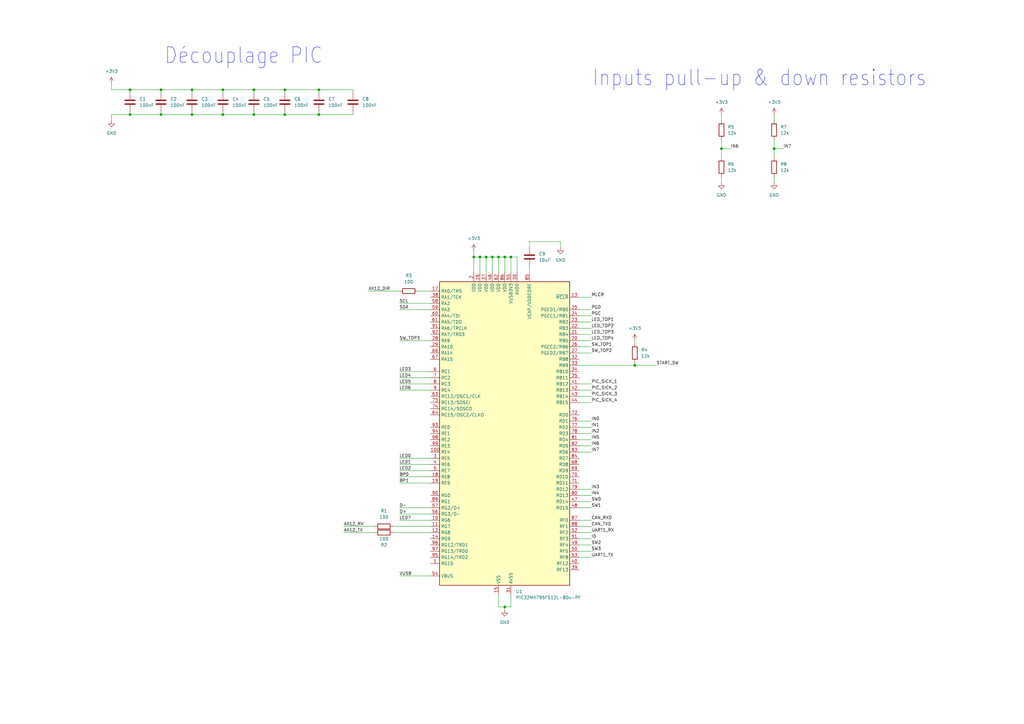
<source format=kicad_sch>
(kicad_sch (version 20211123) (generator eeschema)
  (paper "A3")
  (title_block (title "Carte Actionneur") (date "2022-03-20") (rev "V4.1") (company "AstroMonkeys"))
  (lib_symbols
    (symbol "Device:C" (pin_numbers hide) (pin_names (offset 0.254))
      (property "Reference" "C" (at 0.635 2.54 0))
      (property "Value" "C" (at 0.635 -2.54 0))
      (symbol "C_0_1"
        (polyline (pts (xy -2.032 -0.762) (xy 2.032 -0.762)) (stroke (width 0.508)))
        (polyline (pts (xy -2.032 0.762) (xy 2.032 0.762)) (stroke (width 0.508)))
      )
      (symbol "C_1_1"
        (pin passive line (at 0 3.81 270) (length 2.794) (name "~") (number "1"))
        (pin passive line (at 0 -3.81 90) (length 2.794) (name "~") (number "2"))
      )
    )
    (symbol "Device:R" (pin_numbers hide) (pin_names (offset 0))
      (property "Reference" "R" (at 2.032 0 90))
      (property "Value" "R" (at 0 0 90))
      (symbol "R_0_1"
        (rectangle (start -1.016 -2.54) (end 1.016 2.54) (stroke (width 0.254)))
      )
      (symbol "R_1_1"
        (pin passive line (at 0 3.81 270) (length 1.27) (name "~") (number "1"))
        (pin passive line (at 0 -3.81 90) (length 1.27) (name "~") (number "2"))
      )
    )
    (symbol "MCU_Microchip_PIC32:PIC32MX795F512L-80x-PF"
      (property "Reference" "U" (at -19.05 64.77 0))
      (property "Value" "PIC32MX795F512L-80x-PF" (at 6.35 -64.77 0))
      (symbol "PIC32MX795F512L-80x-PF_0_1"
        (rectangle (start -26.67 62.23) (end 26.67 -62.23) (stroke (width 0.254)) (fill (type background)))
      )
      (symbol "PIC32MX795F512L-80x-PF_1_1"
        (pin bidirectional line (at -30.48 -53.34 0) (length 3.81) (name "RG15") (number "1"))
        (pin bidirectional line (at -30.48 -35.56 0) (length 3.81) (name "RG6") (number "10"))
        (pin bidirectional line (at -30.48 -7.62 0) (length 3.81) (name "RE4") (number "100"))
        (pin bidirectional line (at -30.48 -38.1 0) (length 3.81) (name "RG7") (number "11"))
        (pin bidirectional line (at -30.48 -40.64 0) (length 3.81) (name "RG8") (number "12"))
        (pin input line (at 30.48 55.88 180) (length 3.81) (name "~{MCLR}") (number "13"))
        (pin bidirectional line (at -30.48 -43.18 0) (length 3.81) (name "RG9") (number "14"))
        (pin power_in line (at -2.54 -66.04 90) (length 3.81) (name "VSS") (number "15"))
        (pin power_in line (at -10.16 66.04 270) (length 3.81) (name "VDD") (number "16"))
        (pin bidirectional line (at -30.48 58.42 0) (length 3.81) (name "RA0/TMS") (number "17"))
        (pin bidirectional line (at -30.48 -17.78 0) (length 3.81) (name "RE8") (number "18"))
        (pin bidirectional line (at -30.48 -20.32 0) (length 3.81) (name "RE9") (number "19"))
        (pin power_in line (at -12.7 66.04 270) (length 3.81) (name "VDD") (number "2"))
        (pin bidirectional line (at 30.48 38.1 180) (length 3.81) (name "RB5") (number "20"))
        (pin bidirectional line (at 30.48 40.64 180) (length 3.81) (name "RB4") (number "21"))
        (pin bidirectional line (at 30.48 43.18 180) (length 3.81) (name "RB3") (number "22"))
        (pin bidirectional line (at 30.48 45.72 180) (length 3.81) (name "RB2") (number "23"))
        (pin bidirectional line (at 30.48 48.26 180) (length 3.81) (name "PGEC1/RB1") (number "24"))
        (pin bidirectional line (at 30.48 50.8 180) (length 3.81) (name "PGED1/RB0") (number "25"))
        (pin bidirectional line (at 30.48 35.56 180) (length 3.81) (name "PGEC2/RB6") (number "26"))
        (pin bidirectional line (at 30.48 33.02 180) (length 3.81) (name "PGED2/RB7") (number "27"))
        (pin bidirectional line (at -30.48 38.1 0) (length 3.81) (name "RA9") (number "28"))
        (pin bidirectional line (at -30.48 35.56 0) (length 3.81) (name "RA10") (number "29"))
        (pin bidirectional line (at -30.48 -10.16 0) (length 3.81) (name "RE5") (number "3"))
        (pin power_in line (at 5.08 66.04 270) (length 3.81) (name "AVDD") (number "30"))
        (pin power_in line (at 2.54 -66.04 90) (length 3.81) (name "AVSS") (number "31"))
        (pin bidirectional line (at 30.48 30.48 180) (length 3.81) (name "RB8") (number "32"))
        (pin bidirectional line (at 30.48 27.94 180) (length 3.81) (name "RB9") (number "33"))
        (pin bidirectional line (at 30.48 25.4 180) (length 3.81) (name "RB10") (number "34"))
        (pin bidirectional line (at 30.48 22.86 180) (length 3.81) (name "RB11") (number "35"))
        (pin passive line (at -2.54 -66.04 90) (length 3.81) hide (name "VSS") (number "36"))
        (pin power_in line (at -7.62 66.04 270) (length 3.81) (name "VDD") (number "37"))
        (pin bidirectional line (at -30.48 55.88 0) (length 3.81) (name "RA1/TCK") (number "38"))
        (pin bidirectional line (at 30.48 -55.88 180) (length 3.81) (name "RF13") (number "39"))
        (pin bidirectional line (at -30.48 -12.7 0) (length 3.81) (name "RE6") (number "4"))
        (pin bidirectional line (at 30.48 -53.34 180) (length 3.81) (name "RF12") (number "40"))
        (pin bidirectional line (at 30.48 20.32 180) (length 3.81) (name "RB12") (number "41"))
        (pin bidirectional line (at 30.48 17.78 180) (length 3.81) (name "RB13") (number "42"))
        (pin bidirectional line (at 30.48 15.24 180) (length 3.81) (name "RB14") (number "43"))
        (pin bidirectional line (at 30.48 12.7 180) (length 3.81) (name "RB15") (number "44"))
        (pin passive line (at -2.54 -66.04 90) (length 3.81) hide (name "VSS") (number "45"))
        (pin power_in line (at -5.08 66.04 270) (length 3.81) (name "VDD") (number "46"))
        (pin bidirectional line (at 30.48 -27.94 180) (length 3.81) (name "RD14") (number "47"))
        (pin bidirectional line (at 30.48 -30.48 180) (length 3.81) (name "RD15") (number "48"))
        (pin bidirectional line (at 30.48 -45.72 180) (length 3.81) (name "RF4") (number "49"))
        (pin bidirectional line (at -30.48 -15.24 0) (length 3.81) (name "RE7") (number "5"))
        (pin bidirectional line (at 30.48 -48.26 180) (length 3.81) (name "RF5") (number "50"))
        (pin bidirectional line (at 30.48 -43.18 180) (length 3.81) (name "RF3") (number "51"))
        (pin bidirectional line (at 30.48 -40.64 180) (length 3.81) (name "RF2") (number "52"))
        (pin bidirectional line (at 30.48 -50.8 180) (length 3.81) (name "RF8") (number "53"))
        (pin input line (at -30.48 -58.42 0) (length 3.81) (name "VBUS") (number "54"))
        (pin power_in line (at 2.54 66.04 270) (length 3.81) (name "VUSB3V3") (number "55"))
        (pin bidirectional line (at -30.48 -33.02 0) (length 3.81) (name "RG3/D-") (number "56"))
        (pin bidirectional line (at -30.48 -30.48 0) (length 3.81) (name "RG2/D+") (number "57"))
        (pin bidirectional line (at -30.48 53.34 0) (length 3.81) (name "RA2") (number "58"))
        (pin bidirectional line (at -30.48 50.8 0) (length 3.81) (name "RA3") (number "59"))
        (pin bidirectional line (at -30.48 25.4 0) (length 3.81) (name "RC1") (number "6"))
        (pin bidirectional line (at -30.48 48.26 0) (length 3.81) (name "RA4/TDI") (number "60"))
        (pin bidirectional line (at -30.48 45.72 0) (length 3.81) (name "RA5/TDO") (number "61"))
        (pin power_in line (at -2.54 66.04 270) (length 3.81) (name "VDD") (number "62"))
        (pin bidirectional line (at -30.48 15.24 0) (length 3.81) (name "RC12/OSC1/CLK") (number "63"))
        (pin bidirectional line (at -30.48 7.62 0) (length 3.81) (name "RC15/OSC2/CLKO") (number "64"))
        (pin passive line (at -2.54 -66.04 90) (length 3.81) hide (name "VSS") (number "65"))
        (pin bidirectional line (at -30.48 33.02 0) (length 3.81) (name "RA14") (number "66"))
        (pin bidirectional line (at -30.48 30.48 0) (length 3.81) (name "RA15") (number "67"))
        (pin bidirectional line (at 30.48 -12.7 180) (length 3.81) (name "RD8") (number "68"))
        (pin bidirectional line (at 30.48 -15.24 180) (length 3.81) (name "RD9") (number "69"))
        (pin bidirectional line (at -30.48 22.86 0) (length 3.81) (name "RC2") (number "7"))
        (pin bidirectional line (at 30.48 -17.78 180) (length 3.81) (name "RD10") (number "70"))
        (pin bidirectional line (at 30.48 -20.32 180) (length 3.81) (name "RD11") (number "71"))
        (pin bidirectional line (at 30.48 7.62 180) (length 3.81) (name "RD0") (number "72"))
        (pin bidirectional line (at -30.48 12.7 0) (length 3.81) (name "RC13/SOSCI") (number "73"))
        (pin bidirectional line (at -30.48 10.16 0) (length 3.81) (name "RC14/SOSCO") (number "74"))
        (pin passive line (at -2.54 -66.04 90) (length 3.81) hide (name "VSS") (number "75"))
        (pin bidirectional line (at 30.48 5.08 180) (length 3.81) (name "RD1") (number "76"))
        (pin bidirectional line (at 30.48 2.54 180) (length 3.81) (name "RD2") (number "77"))
        (pin bidirectional line (at 30.48 0 180) (length 3.81) (name "RD3") (number "78"))
        (pin bidirectional line (at 30.48 -22.86 180) (length 3.81) (name "RD12") (number "79"))
        (pin bidirectional line (at -30.48 20.32 0) (length 3.81) (name "RC3") (number "8"))
        (pin bidirectional line (at 30.48 -25.4 180) (length 3.81) (name "RD13") (number "80"))
        (pin bidirectional line (at 30.48 -2.54 180) (length 3.81) (name "RD4") (number "81"))
        (pin bidirectional line (at 30.48 -5.08 180) (length 3.81) (name "RD5") (number "82"))
        (pin bidirectional line (at 30.48 -7.62 180) (length 3.81) (name "RD6") (number "83"))
        (pin bidirectional line (at 30.48 -10.16 180) (length 3.81) (name "RD7") (number "84"))
        (pin power_out line (at 10.16 66.04 270) (length 3.81) (name "VCAP/VDDCORE") (number "85"))
        (pin power_in line (at 0 66.04 270) (length 3.81) (name "VDD") (number "86"))
        (pin bidirectional line (at 30.48 -35.56 180) (length 3.81) (name "RF0") (number "87"))
        (pin bidirectional line (at 30.48 -38.1 180) (length 3.81) (name "RF1") (number "88"))
        (pin bidirectional line (at -30.48 -27.94 0) (length 3.81) (name "RG1") (number "89"))
        (pin bidirectional line (at -30.48 17.78 0) (length 3.81) (name "RC4") (number "9"))
        (pin bidirectional line (at -30.48 -25.4 0) (length 3.81) (name "RG0") (number "90"))
        (pin bidirectional line (at -30.48 43.18 0) (length 3.81) (name "RA6/TRCLK") (number "91"))
        (pin bidirectional line (at -30.48 40.64 0) (length 3.81) (name "RA7/TRD3") (number "92"))
        (pin bidirectional line (at -30.48 2.54 0) (length 3.81) (name "RE0") (number "93"))
        (pin bidirectional line (at -30.48 0 0) (length 3.81) (name "RE1") (number "94"))
        (pin bidirectional line (at -30.48 -50.8 0) (length 3.81) (name "RG14/TRD2") (number "95"))
        (pin bidirectional line (at -30.48 -45.72 0) (length 3.81) (name "RG12/TRD1") (number "96"))
        (pin bidirectional line (at -30.48 -48.26 0) (length 3.81) (name "RG13/TRD0") (number "97"))
        (pin bidirectional line (at -30.48 -2.54 0) (length 3.81) (name "RE2") (number "98"))
        (pin bidirectional line (at -30.48 -5.08 0) (length 3.81) (name "RE3") (number "99"))
      )
    )
    (symbol "power:+3.3V" (power) (pin_names (offset 0))
      (property "Value" "+3.3V" (at 0 3.556 0))
      (symbol "+3.3V_0_1"
        (polyline (pts (xy -0.762 1.27) (xy 0 2.54)))
        (polyline (pts (xy 0 0) (xy 0 2.54)))
        (polyline (pts (xy 0 2.54) (xy 0.762 1.27)))
      )
      (symbol "+3.3V_1_1"
        (pin power_in line (at 0 0 90) (length 0) hide (name "+3V3") (number "1"))
      )
    )
    (symbol "power:GND" (power) (pin_names (offset 0))
      (property "Value" "GND" (at 0 -3.81 0))
      (symbol "GND_0_1"
        (polyline (pts (xy 0 0) (xy 0 -1.27) (xy 1.27 -1.27) (xy 0 -2.54) (xy -1.27 -1.27) (xy 0 -1.27)))
      )
      (symbol "GND_1_1"
        (pin power_in line (at 0 0 270) (length 0) hide (name "GND") (number "1"))
      )
    )
  )
  (junction (at 207.01 105.41))
  (junction (at 295.91 60.96))
  (junction (at 194.31 105.41))
  (junction (at 78.74 36.83))
  (junction (at 104.14 46.99))
  (junction (at 130.81 36.83))
  (junction (at 116.84 36.83))
  (junction (at 66.04 46.99))
  (junction (at 91.44 36.83))
  (junction (at 78.74 46.99))
  (junction (at 116.84 46.99))
  (junction (at 204.47 105.41))
  (junction (at 196.85 105.41))
  (junction (at 260.35 149.86))
  (junction (at 53.34 36.83))
  (junction (at 66.04 36.83))
  (junction (at 207.01 248.92))
  (junction (at 201.93 105.41))
  (junction (at 199.39 105.41))
  (junction (at 209.55 105.41))
  (junction (at 91.44 46.99))
  (junction (at 130.81 46.99))
  (junction (at 53.34 46.99))
  (junction (at 104.14 36.83))
  (junction (at 317.5 60.96))
  (wire (pts (xy 207.01 105.41) (xy 204.47 105.41)))
  (wire (pts (xy 237.49 223.52) (xy 242.57 223.52)))
  (wire (pts (xy 163.83 160.02) (xy 176.53 160.02)))
  (wire (pts (xy 104.14 36.83) (xy 116.84 36.83)))
  (wire (pts (xy 237.49 165.1) (xy 242.57 165.1)))
  (wire (pts (xy 104.14 46.99) (xy 116.84 46.99)))
  (wire (pts (xy 163.83 198.12) (xy 176.53 198.12)))
  (wire (pts (xy 66.04 36.83) (xy 78.74 36.83)))
  (wire (pts (xy 45.72 46.99) (xy 53.34 46.99)))
  (wire (pts (xy 237.49 226.06) (xy 242.57 226.06)))
  (wire (pts (xy 130.81 45.72) (xy 130.81 46.99)))
  (wire (pts (xy 237.49 142.24) (xy 242.57 142.24)))
  (wire (pts (xy 260.35 139.7) (xy 260.35 140.97)))
  (wire (pts (xy 237.49 132.08) (xy 242.57 132.08)))
  (wire (pts (xy 237.49 215.9) (xy 242.57 215.9)))
  (wire (pts (xy 237.49 220.98) (xy 242.57 220.98)))
  (wire (pts (xy 104.14 36.83) (xy 104.14 38.1)))
  (wire (pts (xy 151.13 119.38) (xy 163.83 119.38)))
  (wire (pts (xy 144.78 45.72) (xy 144.78 46.99)))
  (wire (pts (xy 91.44 46.99) (xy 104.14 46.99)))
  (wire (pts (xy 163.83 139.7) (xy 176.53 139.7)))
  (wire (pts (xy 212.09 105.41) (xy 209.55 105.41)))
  (wire (pts (xy 163.83 208.28) (xy 176.53 208.28)))
  (wire (pts (xy 130.81 36.83) (xy 144.78 36.83)))
  (wire (pts (xy 163.83 210.82) (xy 176.53 210.82)))
  (wire (pts (xy 237.49 208.28) (xy 242.57 208.28)))
  (wire (pts (xy 116.84 36.83) (xy 130.81 36.83)))
  (wire (pts (xy 237.49 160.02) (xy 242.57 160.02)))
  (wire (pts (xy 237.49 139.7) (xy 242.57 139.7)))
  (wire (pts (xy 163.83 193.04) (xy 176.53 193.04)))
  (wire (pts (xy 163.83 152.4) (xy 176.53 152.4)))
  (wire (pts (xy 91.44 36.83) (xy 91.44 38.1)))
  (wire (pts (xy 163.83 236.22) (xy 176.53 236.22)))
  (wire (pts (xy 207.01 248.92) (xy 207.01 250.19)))
  (wire (pts (xy 116.84 36.83) (xy 116.84 38.1)))
  (wire (pts (xy 66.04 45.72) (xy 66.04 46.99)))
  (wire (pts (xy 317.5 46.99) (xy 317.5 49.53)))
  (wire (pts (xy 207.01 105.41) (xy 207.01 111.76)))
  (wire (pts (xy 199.39 105.41) (xy 196.85 105.41)))
  (wire (pts (xy 53.34 36.83) (xy 66.04 36.83)))
  (wire (pts (xy 104.14 45.72) (xy 104.14 46.99)))
  (wire (pts (xy 163.83 195.58) (xy 176.53 195.58)))
  (wire (pts (xy 237.49 121.92) (xy 242.57 121.92)))
  (wire (pts (xy 91.44 45.72) (xy 91.44 46.99)))
  (wire (pts (xy 237.49 157.48) (xy 242.57 157.48)))
  (wire (pts (xy 161.29 218.44) (xy 176.53 218.44)))
  (wire (pts (xy 217.17 99.06) (xy 229.87 99.06)))
  (wire (pts (xy 66.04 36.83) (xy 66.04 38.1)))
  (wire (pts (xy 237.49 137.16) (xy 242.57 137.16)))
  (wire (pts (xy 130.81 36.83) (xy 130.81 38.1)))
  (wire (pts (xy 45.72 34.29) (xy 45.72 36.83)))
  (wire (pts (xy 237.49 203.2) (xy 242.57 203.2)))
  (wire (pts (xy 295.91 46.99) (xy 295.91 49.53)))
  (wire (pts (xy 237.49 134.62) (xy 242.57 134.62)))
  (wire (pts (xy 45.72 49.53) (xy 45.72 46.99)))
  (wire (pts (xy 237.49 200.66) (xy 242.57 200.66)))
  (wire (pts (xy 130.81 46.99) (xy 144.78 46.99)))
  (wire (pts (xy 116.84 45.72) (xy 116.84 46.99)))
  (wire (pts (xy 237.49 205.74) (xy 242.57 205.74)))
  (wire (pts (xy 237.49 213.36) (xy 242.57 213.36)))
  (wire (pts (xy 209.55 105.41) (xy 207.01 105.41)))
  (wire (pts (xy 295.91 60.96) (xy 299.72 60.96)))
  (wire (pts (xy 163.83 187.96) (xy 176.53 187.96)))
  (wire (pts (xy 237.49 162.56) (xy 242.57 162.56)))
  (wire (pts (xy 317.5 72.39) (xy 317.5 74.93)))
  (wire (pts (xy 209.55 105.41) (xy 209.55 111.76)))
  (wire (pts (xy 204.47 243.84) (xy 204.47 248.92)))
  (wire (pts (xy 212.09 111.76) (xy 212.09 105.41)))
  (wire (pts (xy 140.97 215.9) (xy 153.67 215.9)))
  (wire (pts (xy 237.49 180.34) (xy 242.57 180.34)))
  (wire (pts (xy 295.91 57.15) (xy 295.91 60.96)))
  (wire (pts (xy 78.74 45.72) (xy 78.74 46.99)))
  (wire (pts (xy 194.31 102.87) (xy 194.31 105.41)))
  (wire (pts (xy 53.34 36.83) (xy 53.34 38.1)))
  (wire (pts (xy 209.55 243.84) (xy 209.55 248.92)))
  (wire (pts (xy 163.83 124.46) (xy 176.53 124.46)))
  (wire (pts (xy 163.83 213.36) (xy 176.53 213.36)))
  (wire (pts (xy 196.85 105.41) (xy 196.85 111.76)))
  (wire (pts (xy 53.34 46.99) (xy 66.04 46.99)))
  (wire (pts (xy 199.39 105.41) (xy 199.39 111.76)))
  (wire (pts (xy 237.49 149.86) (xy 260.35 149.86)))
  (wire (pts (xy 229.87 99.06) (xy 229.87 101.6)))
  (wire (pts (xy 163.83 127) (xy 176.53 127)))
  (wire (pts (xy 217.17 101.6) (xy 217.17 99.06)))
  (wire (pts (xy 78.74 36.83) (xy 78.74 38.1)))
  (wire (pts (xy 237.49 218.44) (xy 242.57 218.44)))
  (wire (pts (xy 237.49 129.54) (xy 242.57 129.54)))
  (wire (pts (xy 171.45 119.38) (xy 176.53 119.38)))
  (wire (pts (xy 161.29 215.9) (xy 176.53 215.9)))
  (wire (pts (xy 237.49 177.8) (xy 242.57 177.8)))
  (wire (pts (xy 194.31 105.41) (xy 194.31 111.76)))
  (wire (pts (xy 144.78 36.83) (xy 144.78 38.1)))
  (wire (pts (xy 237.49 185.42) (xy 242.57 185.42)))
  (wire (pts (xy 317.5 57.15) (xy 317.5 60.96)))
  (wire (pts (xy 260.35 149.86) (xy 269.24 149.86)))
  (wire (pts (xy 66.04 46.99) (xy 78.74 46.99)))
  (wire (pts (xy 53.34 45.72) (xy 53.34 46.99)))
  (wire (pts (xy 196.85 105.41) (xy 194.31 105.41)))
  (wire (pts (xy 91.44 36.83) (xy 104.14 36.83)))
  (wire (pts (xy 237.49 144.78) (xy 242.57 144.78)))
  (wire (pts (xy 237.49 228.6) (xy 242.57 228.6)))
  (wire (pts (xy 317.5 60.96) (xy 317.5 64.77)))
  (wire (pts (xy 317.5 60.96) (xy 321.31 60.96)))
  (wire (pts (xy 217.17 109.22) (xy 217.17 111.76)))
  (wire (pts (xy 204.47 105.41) (xy 201.93 105.41)))
  (wire (pts (xy 260.35 148.59) (xy 260.35 149.86)))
  (wire (pts (xy 204.47 105.41) (xy 204.47 111.76)))
  (wire (pts (xy 163.83 154.94) (xy 176.53 154.94)))
  (wire (pts (xy 237.49 172.72) (xy 242.57 172.72)))
  (wire (pts (xy 140.97 218.44) (xy 153.67 218.44)))
  (wire (pts (xy 295.91 60.96) (xy 295.91 64.77)))
  (wire (pts (xy 78.74 46.99) (xy 91.44 46.99)))
  (wire (pts (xy 204.47 248.92) (xy 207.01 248.92)))
  (wire (pts (xy 78.74 36.83) (xy 91.44 36.83)))
  (wire (pts (xy 237.49 175.26) (xy 242.57 175.26)))
  (wire (pts (xy 237.49 182.88) (xy 242.57 182.88)))
  (wire (pts (xy 163.83 190.5) (xy 176.53 190.5)))
  (wire (pts (xy 295.91 72.39) (xy 295.91 74.93)))
  (wire (pts (xy 209.55 248.92) (xy 207.01 248.92)))
  (wire (pts (xy 163.83 157.48) (xy 176.53 157.48)))
  (wire (pts (xy 201.93 105.41) (xy 199.39 105.41)))
  (wire (pts (xy 237.49 127) (xy 242.57 127)))
  (wire (pts (xy 116.84 46.99) (xy 130.81 46.99)))
  (wire (pts (xy 45.72 36.83) (xy 53.34 36.83)))
  (wire (pts (xy 201.93 105.41) (xy 201.93 111.76)))
  (text "Découplage PIC" (at 67.31 26.67 180) (effects (font (size 6.4516 5.4838)) (justify left bottom)))
  (text "Inputs pull-up & down resistors" (at 242.824 35.814 180) (effects (font (size 6.4516 5.4838)) (justify left bottom)))
  (label "SDA" (at 163.83 127 0) (effects (font (size 1.2446 1.2446))))
  (label "SCL" (at 163.83 124.46 0) (effects (font (size 1.2446 1.2446))))
  (label "MLCR" (at 242.57 121.92 0))
  (label "SW_TOP1" (at 242.57 142.24 0) (effects (font (size 1.2446 1.2446))))
  (label "IN1" (at 242.57 175.26 0) (effects (font (size 1.2446 1.2446))))
  (label "IN6" (at 299.72 60.96 0) (effects (font (size 1.2446 1.2446))))
  (label "LED6" (at 163.83 160.02 0) (effects (font (size 1.2446 1.2446))))
  (label "CAN_RXD" (at 242.57 213.36 0) (effects (font (size 1.2446 1.2446))))
  (label "LED2" (at 163.83 193.04 0) (effects (font (size 1.2446 1.2446))))
  (label "PIC_SICK_4" (at 242.57 165.1 0) (effects (font (size 1.2446 1.2446))))
  (label "UART1_RX" (at 242.57 218.44 0) (effects (font (size 1.2446 1.2446))))
  (label "LED_TOP3" (at 242.57 137.16 0) (effects (font (size 1.2446 1.2446))))
  (label "LED3" (at 163.83 152.4 0) (effects (font (size 1.2446 1.2446))))
  (label "PIC_SICK_3" (at 242.57 162.56 0) (effects (font (size 1.2446 1.2446))))
  (label "CAN_TXD" (at 242.57 215.9 0) (effects (font (size 1.2446 1.2446))))
  (label "VUSB" (at 163.83 236.22 0) (effects (font (size 1.2446 1.2446))))
  (label "LED4" (at 163.83 154.94 0) (effects (font (size 1.2446 1.2446))))
  (label "BP1" (at 163.83 198.12 0) (effects (font (size 1.2446 1.2446))))
  (label "IN6" (at 242.57 182.88 0) (effects (font (size 1.2446 1.2446))))
  (label "SW1" (at 242.57 208.28 0) (effects (font (size 1.2446 1.2446))))
  (label "SW0" (at 242.57 205.74 0) (effects (font (size 1.2446 1.2446))))
  (label "LED0" (at 163.83 187.96 0) (effects (font (size 1.2446 1.2446))))
  (label "SW_TOP3" (at 163.83 139.7 0) (effects (font (size 1.2446 1.2446))))
  (label "IN0" (at 242.57 172.72 0) (effects (font (size 1.2446 1.2446))))
  (label "LED7" (at 163.83 213.36 0) (effects (font (size 1.2446 1.2446))))
  (label "ID" (at 242.57 220.98 0) (effects (font (size 1.2446 1.2446))))
  (label "LED1" (at 163.83 190.5 0) (effects (font (size 1.2446 1.2446))))
  (label "LED5" (at 163.83 157.48 0) (effects (font (size 1.2446 1.2446))))
  (label "PGC" (at 242.57 129.54 0) (effects (font (size 1.2446 1.2446))))
  (label "PGD" (at 242.57 127 0) (effects (font (size 1.2446 1.2446))))
  (label "LED_TOP2" (at 242.57 134.62 0) (effects (font (size 1.2446 1.2446))))
  (label "IN3" (at 242.57 200.66 0) (effects (font (size 1.2446 1.2446))))
  (label "UART1_TX" (at 242.57 228.6 0) (effects (font (size 1.2446 1.2446))))
  (label "IN4" (at 242.57 203.2 0) (effects (font (size 1.2446 1.2446))))
  (label "AX12_DIR" (at 151.13 119.38 0) (effects (font (size 1.2446 1.2446))))
  (label "LED_TOP4" (at 242.57 139.7 0) (effects (font (size 1.2446 1.2446))))
  (label "PIC_SICK_1" (at 242.57 157.48 0) (effects (font (size 1.2446 1.2446))))
  (label "IN7" (at 242.57 185.42 0) (effects (font (size 1.2446 1.2446))))
  (label "LED_TOP1" (at 242.57 132.08 0) (effects (font (size 1.2446 1.2446))))
  (label "BP0" (at 163.83 195.58 0) (effects (font (size 1.2446 1.2446))))
  (label "PIC_SICK_2" (at 242.57 160.02 0) (effects (font (size 1.2446 1.2446))))
  (label "IN5" (at 242.57 180.34 0) (effects (font (size 1.2446 1.2446))))
  (label "SW_TOP2" (at 242.57 144.78 0) (effects (font (size 1.2446 1.2446))))
  (label "AX12_TX" (at 140.97 218.44 0) (effects (font (size 1.2446 1.2446))))
  (label "SW2" (at 242.57 223.52 0) (effects (font (size 1.2446 1.2446))))
  (label "SW3" (at 242.57 226.06 0) (effects (font (size 1.2446 1.2446))))
  (label "D-" (at 163.83 208.28 0) (effects (font (size 1.2446 1.2446))))
  (label "START_SW" (at 269.24 149.86 0) (effects (font (size 1.2446 1.2446))))
  (label "IN2" (at 242.57 177.8 0) (effects (font (size 1.2446 1.2446))))
  (label "D+" (at 163.83 210.82 0) (effects (font (size 1.2446 1.2446))))
  (label "IN7" (at 321.31 60.96 0) (effects (font (size 1.2446 1.2446))))
  (label "AX12_RX" (at 140.97 215.9 0) (effects (font (size 1.2446 1.2446))))
  (symbol (lib_id "Device:R") (at 157.48 215.9 90) (unit 1)
    (property "Reference" "R1" (at 157.48 209.55 90))
    (property "Value" "100" (at 157.48 212.09 90))
    (property "Footprint" "Resistor_SMD:R_0805_2012Metric" (effects hide))
  )
  (symbol (lib_id "Device:C") (at 78.74 41.91 0) (unit 1)
    (property "Reference" "C3" (at 82.55 40.6399 0) (effects (justify left)))
    (property "Value" "100nF" (at 82.55 43.1799 0) (effects (justify left)))
    (property "Footprint" "Capacitor_SMD:C_0805_2012Metric" (effects hide))
  )
  (symbol (lib_id "Device:C") (at 116.84 41.91 0) (unit 1)
    (property "Reference" "C6" (at 120.65 40.6399 0) (effects (justify left)))
    (property "Value" "100nF" (at 120.65 43.1799 0) (effects (justify left)))
    (property "Footprint" "Capacitor_SMD:C_0805_2012Metric" (effects hide))
  )
  (symbol (lib_id "Device:R") (at 157.48 218.44 90) (mirror x) (unit 1)
    (property "Reference" "R2" (at 157.48 223.52 90))
    (property "Value" "100" (at 157.48 220.98 90))
    (property "Footprint" "Resistor_SMD:R_0805_2012Metric" (effects hide))
  )
  (symbol (lib_id "Device:C") (at 144.78 41.91 0) (unit 1)
    (property "Reference" "C8" (at 148.59 40.6399 0) (effects (justify left)))
    (property "Value" "100nF" (at 148.59 43.1799 0) (effects (justify left)))
    (property "Footprint" "Capacitor_SMD:C_0805_2012Metric" (effects hide))
  )
  (symbol (lib_id "Device:R") (at 317.5 68.58 0) (unit 1)
    (property "Reference" "R8" (at 320.04 67.3099 0) (effects (justify left)))
    (property "Value" "12k" (at 320.04 69.8499 0) (effects (justify left)))
    (property "Footprint" "Resistor_SMD:R_0805_2012Metric" (effects hide))
  )
  (symbol (lib_id "MCU_Microchip_PIC32:PIC32MX795F512L-80x-PF") (at 207.01 177.8 0) (unit 1)
    (property "Reference" "U1" (at 211.5694 242.57 0) (effects (justify left)))
    (property "Value" "PIC32MX795F512L-80x-PF" (at 211.5694 245.11 0) (effects (justify left)))
    (property "Footprint" "Package_QFP:TQFP-100_14x14mm_P0.5mm" (effects hide))
    (property "Datasheet" "http://ww1.microchip.com/downloads/en/DeviceDoc/60001156J.pdf" (effects hide))
  )
  (symbol (lib_id "power:GND") (at 295.91 74.93 0) (unit 1)
    (property "Reference" "#PWR0106" (effects hide))
    (property "Value" "GND" (at 295.91 80.01 0))
  )
  (symbol (lib_id "Device:R") (at 295.91 53.34 0) (unit 1)
    (property "Reference" "R5" (at 298.45 52.0699 0) (effects (justify left)))
    (property "Value" "12k" (at 298.45 54.6099 0) (effects (justify left)))
    (property "Footprint" "Resistor_SMD:R_0805_2012Metric" (effects hide))
  )
  (symbol (lib_id "power:+3.3V") (at 295.91 46.99 0) (unit 1)
    (property "Reference" "#PWR0108" (effects hide))
    (property "Value" "+3.3V" (at 295.91 41.91 0))
  )
  (symbol (lib_id "Device:C") (at 130.81 41.91 0) (unit 1)
    (property "Reference" "C7" (at 134.62 40.6399 0) (effects (justify left)))
    (property "Value" "100nF" (at 134.62 43.1799 0) (effects (justify left)))
    (property "Footprint" "Capacitor_SMD:C_0805_2012Metric" (effects hide))
  )
  (symbol (lib_id "Device:R") (at 167.64 119.38 90) (unit 1)
    (property "Reference" "R3" (at 167.64 113.03 90))
    (property "Value" "100" (at 167.64 115.57 90))
    (property "Footprint" "Resistor_SMD:R_0805_2012Metric" (effects hide))
  )
  (symbol (lib_id "Device:C") (at 53.34 41.91 0) (unit 1)
    (property "Reference" "C1" (at 57.15 40.6399 0) (effects (justify left)))
    (property "Value" "100nF" (at 57.15 43.1799 0) (effects (justify left)))
    (property "Footprint" "Capacitor_SMD:C_0805_2012Metric" (effects hide))
  )
  (symbol (lib_id "power:GND") (at 45.72 49.53 0) (unit 1)
    (property "Reference" "#PWR0104" (effects hide))
    (property "Value" "GND" (at 45.72 54.61 0))
  )
  (symbol (lib_id "power:GND") (at 317.5 74.93 0) (unit 1)
    (property "Reference" "#PWR0109" (effects hide))
    (property "Value" "GND" (at 317.5 80.01 0))
  )
  (symbol (lib_id "power:+3.3V") (at 45.72 34.29 0) (unit 1)
    (property "Reference" "#PWR0105" (effects hide))
    (property "Value" "+3.3V" (at 45.72 29.21 0))
  )
  (symbol (lib_id "Device:C") (at 104.14 41.91 0) (unit 1)
    (property "Reference" "C5" (at 107.95 40.6399 0) (effects (justify left)))
    (property "Value" "100nF" (at 107.95 43.1799 0) (effects (justify left)))
    (property "Footprint" "Capacitor_SMD:C_0805_2012Metric" (effects hide))
  )
  (symbol (lib_id "power:+3.3V") (at 194.31 102.87 0) (unit 1)
    (property "Reference" "#PWR0101" (effects hide))
    (property "Value" "+3.3V" (at 194.31 97.79 0))
  )
  (symbol (lib_id "power:GND") (at 229.87 101.6 0) (unit 1)
    (property "Reference" "#PWR0102" (effects hide))
    (property "Value" "GND" (at 229.87 106.68 0))
  )
  (symbol (lib_id "Device:R") (at 295.91 68.58 0) (unit 1)
    (property "Reference" "R6" (at 298.45 67.3099 0) (effects (justify left)))
    (property "Value" "12k" (at 298.45 69.8499 0) (effects (justify left)))
    (property "Footprint" "Resistor_SMD:R_0805_2012Metric" (effects hide))
  )
  (symbol (lib_id "Device:R") (at 317.5 53.34 0) (unit 1)
    (property "Reference" "R7" (at 320.04 52.0699 0) (effects (justify left)))
    (property "Value" "12k" (at 320.04 54.6099 0) (effects (justify left)))
    (property "Footprint" "Resistor_SMD:R_0805_2012Metric" (effects hide))
  )
  (symbol (lib_id "Device:C") (at 217.17 105.41 0) (unit 1)
    (property "Reference" "C9" (at 220.98 104.1399 0) (effects (justify left)))
    (property "Value" "10uF" (at 220.98 106.6799 0) (effects (justify left)))
    (property "Footprint" "Capacitor_SMD:C_0805_2012Metric" (effects hide))
  )
  (symbol (lib_id "Device:C") (at 91.44 41.91 0) (unit 1)
    (property "Reference" "C4" (at 95.25 40.6399 0) (effects (justify left)))
    (property "Value" "100nF" (at 95.25 43.1799 0) (effects (justify left)))
    (property "Footprint" "Capacitor_SMD:C_0805_2012Metric" (effects hide))
  )
  (symbol (lib_id "power:GND") (at 207.01 250.19 0) (unit 1)
    (property "Reference" "#PWR0110" (effects hide))
    (property "Value" "GND" (at 207.01 255.27 0))
  )
  (symbol (lib_id "Device:C") (at 66.04 41.91 0) (unit 1)
    (property "Reference" "C2" (at 69.85 40.6399 0) (effects (justify left)))
    (property "Value" "100nF" (at 69.85 43.1799 0) (effects (justify left)))
    (property "Footprint" "Capacitor_SMD:C_0805_2012Metric" (effects hide))
  )
  (symbol (lib_id "Device:R") (at 260.35 144.78 0) (unit 1)
    (property "Reference" "R4" (at 262.89 143.5099 0) (effects (justify left)))
    (property "Value" "12k" (at 262.89 146.0499 0) (effects (justify left)))
    (property "Footprint" "Resistor_SMD:R_0805_2012Metric" (effects hide))
  )
  (symbol (lib_id "power:+3.3V") (at 260.35 139.7 0) (unit 1)
    (property "Reference" "#PWR0103" (effects hide))
    (property "Value" "+3.3V" (at 260.35 134.62 0))
  )
  (symbol (lib_id "power:+3.3V") (at 317.5 46.99 0) (unit 1)
    (property "Reference" "#PWR0107" (effects hide))
    (property "Value" "+3.3V" (at 317.5 41.91 0))
  )
)
</source>
